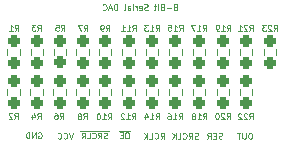
<source format=gbo>
G04 #@! TF.GenerationSoftware,KiCad,Pcbnew,(6.0.0)*
G04 #@! TF.CreationDate,2023-12-03T01:04:49-08:00*
G04 #@! TF.ProjectId,8BitSerialDACBoard,38426974-5365-4726-9961-6c444143426f,rev?*
G04 #@! TF.SameCoordinates,Original*
G04 #@! TF.FileFunction,Legend,Bot*
G04 #@! TF.FilePolarity,Positive*
%FSLAX46Y46*%
G04 Gerber Fmt 4.6, Leading zero omitted, Abs format (unit mm)*
G04 Created by KiCad (PCBNEW (6.0.0)) date 2023-12-03 01:04:49*
%MOMM*%
%LPD*%
G01*
G04 APERTURE LIST*
G04 Aperture macros list*
%AMRoundRect*
0 Rectangle with rounded corners*
0 $1 Rounding radius*
0 $2 $3 $4 $5 $6 $7 $8 $9 X,Y pos of 4 corners*
0 Add a 4 corners polygon primitive as box body*
4,1,4,$2,$3,$4,$5,$6,$7,$8,$9,$2,$3,0*
0 Add four circle primitives for the rounded corners*
1,1,$1+$1,$2,$3*
1,1,$1+$1,$4,$5*
1,1,$1+$1,$6,$7*
1,1,$1+$1,$8,$9*
0 Add four rect primitives between the rounded corners*
20,1,$1+$1,$2,$3,$4,$5,0*
20,1,$1+$1,$4,$5,$6,$7,0*
20,1,$1+$1,$6,$7,$8,$9,0*
20,1,$1+$1,$8,$9,$2,$3,0*%
G04 Aperture macros list end*
%ADD10C,0.125000*%
%ADD11C,0.100000*%
%ADD12C,0.120000*%
%ADD13RoundRect,0.237500X-0.237500X0.250000X-0.237500X-0.250000X0.237500X-0.250000X0.237500X0.250000X0*%
%ADD14RoundRect,0.237500X0.237500X-0.250000X0.237500X0.250000X-0.237500X0.250000X-0.237500X-0.250000X0*%
%ADD15R,1.700000X1.700000*%
%ADD16O,1.700000X1.700000*%
G04 APERTURE END LIST*
D10*
X143537619Y-88650476D02*
X143585238Y-88626666D01*
X143609047Y-88602857D01*
X143632857Y-88555238D01*
X143632857Y-88531428D01*
X143609047Y-88483809D01*
X143585238Y-88460000D01*
X143537619Y-88436190D01*
X143442380Y-88436190D01*
X143394761Y-88460000D01*
X143370952Y-88483809D01*
X143347142Y-88531428D01*
X143347142Y-88555238D01*
X143370952Y-88602857D01*
X143394761Y-88626666D01*
X143442380Y-88650476D01*
X143537619Y-88650476D01*
X143585238Y-88674285D01*
X143609047Y-88698095D01*
X143632857Y-88745714D01*
X143632857Y-88840952D01*
X143609047Y-88888571D01*
X143585238Y-88912380D01*
X143537619Y-88936190D01*
X143442380Y-88936190D01*
X143394761Y-88912380D01*
X143370952Y-88888571D01*
X143347142Y-88840952D01*
X143347142Y-88745714D01*
X143370952Y-88698095D01*
X143394761Y-88674285D01*
X143442380Y-88650476D01*
X143132857Y-88745714D02*
X142751904Y-88745714D01*
X142347142Y-88674285D02*
X142275714Y-88698095D01*
X142251904Y-88721904D01*
X142228095Y-88769523D01*
X142228095Y-88840952D01*
X142251904Y-88888571D01*
X142275714Y-88912380D01*
X142323333Y-88936190D01*
X142513809Y-88936190D01*
X142513809Y-88436190D01*
X142347142Y-88436190D01*
X142299523Y-88460000D01*
X142275714Y-88483809D01*
X142251904Y-88531428D01*
X142251904Y-88579047D01*
X142275714Y-88626666D01*
X142299523Y-88650476D01*
X142347142Y-88674285D01*
X142513809Y-88674285D01*
X142013809Y-88936190D02*
X142013809Y-88602857D01*
X142013809Y-88436190D02*
X142037619Y-88460000D01*
X142013809Y-88483809D01*
X141990000Y-88460000D01*
X142013809Y-88436190D01*
X142013809Y-88483809D01*
X141847142Y-88602857D02*
X141656666Y-88602857D01*
X141775714Y-88436190D02*
X141775714Y-88864761D01*
X141751904Y-88912380D01*
X141704285Y-88936190D01*
X141656666Y-88936190D01*
X141132857Y-88912380D02*
X141061428Y-88936190D01*
X140942380Y-88936190D01*
X140894761Y-88912380D01*
X140870952Y-88888571D01*
X140847142Y-88840952D01*
X140847142Y-88793333D01*
X140870952Y-88745714D01*
X140894761Y-88721904D01*
X140942380Y-88698095D01*
X141037619Y-88674285D01*
X141085238Y-88650476D01*
X141109047Y-88626666D01*
X141132857Y-88579047D01*
X141132857Y-88531428D01*
X141109047Y-88483809D01*
X141085238Y-88460000D01*
X141037619Y-88436190D01*
X140918571Y-88436190D01*
X140847142Y-88460000D01*
X140442380Y-88912380D02*
X140490000Y-88936190D01*
X140585238Y-88936190D01*
X140632857Y-88912380D01*
X140656666Y-88864761D01*
X140656666Y-88674285D01*
X140632857Y-88626666D01*
X140585238Y-88602857D01*
X140490000Y-88602857D01*
X140442380Y-88626666D01*
X140418571Y-88674285D01*
X140418571Y-88721904D01*
X140656666Y-88769523D01*
X140204285Y-88936190D02*
X140204285Y-88602857D01*
X140204285Y-88698095D02*
X140180476Y-88650476D01*
X140156666Y-88626666D01*
X140109047Y-88602857D01*
X140061428Y-88602857D01*
X139894761Y-88936190D02*
X139894761Y-88602857D01*
X139894761Y-88436190D02*
X139918571Y-88460000D01*
X139894761Y-88483809D01*
X139870952Y-88460000D01*
X139894761Y-88436190D01*
X139894761Y-88483809D01*
X139442380Y-88936190D02*
X139442380Y-88674285D01*
X139466190Y-88626666D01*
X139513809Y-88602857D01*
X139609047Y-88602857D01*
X139656666Y-88626666D01*
X139442380Y-88912380D02*
X139490000Y-88936190D01*
X139609047Y-88936190D01*
X139656666Y-88912380D01*
X139680476Y-88864761D01*
X139680476Y-88817142D01*
X139656666Y-88769523D01*
X139609047Y-88745714D01*
X139490000Y-88745714D01*
X139442380Y-88721904D01*
X139132857Y-88936190D02*
X139180476Y-88912380D01*
X139204285Y-88864761D01*
X139204285Y-88436190D01*
X138561428Y-88936190D02*
X138561428Y-88436190D01*
X138442380Y-88436190D01*
X138370952Y-88460000D01*
X138323333Y-88507619D01*
X138299523Y-88555238D01*
X138275714Y-88650476D01*
X138275714Y-88721904D01*
X138299523Y-88817142D01*
X138323333Y-88864761D01*
X138370952Y-88912380D01*
X138442380Y-88936190D01*
X138561428Y-88936190D01*
X138085238Y-88793333D02*
X137847142Y-88793333D01*
X138132857Y-88936190D02*
X137966190Y-88436190D01*
X137799523Y-88936190D01*
X137347142Y-88888571D02*
X137370952Y-88912380D01*
X137442380Y-88936190D01*
X137490000Y-88936190D01*
X137561428Y-88912380D01*
X137609047Y-88864761D01*
X137632857Y-88817142D01*
X137656666Y-88721904D01*
X137656666Y-88650476D01*
X137632857Y-88555238D01*
X137609047Y-88507619D01*
X137561428Y-88460000D01*
X137490000Y-88436190D01*
X137442380Y-88436190D01*
X137370952Y-88460000D01*
X137347142Y-88483809D01*
X145405238Y-99812380D02*
X145333809Y-99836190D01*
X145214761Y-99836190D01*
X145167142Y-99812380D01*
X145143333Y-99788571D01*
X145119523Y-99740952D01*
X145119523Y-99693333D01*
X145143333Y-99645714D01*
X145167142Y-99621904D01*
X145214761Y-99598095D01*
X145310000Y-99574285D01*
X145357619Y-99550476D01*
X145381428Y-99526666D01*
X145405238Y-99479047D01*
X145405238Y-99431428D01*
X145381428Y-99383809D01*
X145357619Y-99360000D01*
X145310000Y-99336190D01*
X145190952Y-99336190D01*
X145119523Y-99360000D01*
X144619523Y-99836190D02*
X144786190Y-99598095D01*
X144905238Y-99836190D02*
X144905238Y-99336190D01*
X144714761Y-99336190D01*
X144667142Y-99360000D01*
X144643333Y-99383809D01*
X144619523Y-99431428D01*
X144619523Y-99502857D01*
X144643333Y-99550476D01*
X144667142Y-99574285D01*
X144714761Y-99598095D01*
X144905238Y-99598095D01*
X144119523Y-99788571D02*
X144143333Y-99812380D01*
X144214761Y-99836190D01*
X144262380Y-99836190D01*
X144333809Y-99812380D01*
X144381428Y-99764761D01*
X144405238Y-99717142D01*
X144429047Y-99621904D01*
X144429047Y-99550476D01*
X144405238Y-99455238D01*
X144381428Y-99407619D01*
X144333809Y-99360000D01*
X144262380Y-99336190D01*
X144214761Y-99336190D01*
X144143333Y-99360000D01*
X144119523Y-99383809D01*
X143667142Y-99836190D02*
X143905238Y-99836190D01*
X143905238Y-99336190D01*
X143500476Y-99836190D02*
X143500476Y-99336190D01*
X143214761Y-99836190D02*
X143429047Y-99550476D01*
X143214761Y-99336190D02*
X143500476Y-99621904D01*
X147439047Y-99802380D02*
X147367619Y-99826190D01*
X147248571Y-99826190D01*
X147200952Y-99802380D01*
X147177142Y-99778571D01*
X147153333Y-99730952D01*
X147153333Y-99683333D01*
X147177142Y-99635714D01*
X147200952Y-99611904D01*
X147248571Y-99588095D01*
X147343809Y-99564285D01*
X147391428Y-99540476D01*
X147415238Y-99516666D01*
X147439047Y-99469047D01*
X147439047Y-99421428D01*
X147415238Y-99373809D01*
X147391428Y-99350000D01*
X147343809Y-99326190D01*
X147224761Y-99326190D01*
X147153333Y-99350000D01*
X146939047Y-99564285D02*
X146772380Y-99564285D01*
X146700952Y-99826190D02*
X146939047Y-99826190D01*
X146939047Y-99326190D01*
X146700952Y-99326190D01*
X146200952Y-99826190D02*
X146367619Y-99588095D01*
X146486666Y-99826190D02*
X146486666Y-99326190D01*
X146296190Y-99326190D01*
X146248571Y-99350000D01*
X146224761Y-99373809D01*
X146200952Y-99421428D01*
X146200952Y-99492857D01*
X146224761Y-99540476D01*
X146248571Y-99564285D01*
X146296190Y-99588095D01*
X146486666Y-99588095D01*
X139648095Y-99155000D02*
X139124285Y-99155000D01*
X139433809Y-99296190D02*
X139338571Y-99296190D01*
X139290952Y-99320000D01*
X139243333Y-99367619D01*
X139219523Y-99462857D01*
X139219523Y-99629523D01*
X139243333Y-99724761D01*
X139290952Y-99772380D01*
X139338571Y-99796190D01*
X139433809Y-99796190D01*
X139481428Y-99772380D01*
X139529047Y-99724761D01*
X139552857Y-99629523D01*
X139552857Y-99462857D01*
X139529047Y-99367619D01*
X139481428Y-99320000D01*
X139433809Y-99296190D01*
X139124285Y-99155000D02*
X138671904Y-99155000D01*
X139005238Y-99534285D02*
X138838571Y-99534285D01*
X138767142Y-99796190D02*
X139005238Y-99796190D01*
X139005238Y-99296190D01*
X138767142Y-99296190D01*
X137820476Y-99165000D02*
X137344285Y-99165000D01*
X137725238Y-99782380D02*
X137653809Y-99806190D01*
X137534761Y-99806190D01*
X137487142Y-99782380D01*
X137463333Y-99758571D01*
X137439523Y-99710952D01*
X137439523Y-99663333D01*
X137463333Y-99615714D01*
X137487142Y-99591904D01*
X137534761Y-99568095D01*
X137630000Y-99544285D01*
X137677619Y-99520476D01*
X137701428Y-99496666D01*
X137725238Y-99449047D01*
X137725238Y-99401428D01*
X137701428Y-99353809D01*
X137677619Y-99330000D01*
X137630000Y-99306190D01*
X137510952Y-99306190D01*
X137439523Y-99330000D01*
X137344285Y-99165000D02*
X136844285Y-99165000D01*
X136939523Y-99806190D02*
X137106190Y-99568095D01*
X137225238Y-99806190D02*
X137225238Y-99306190D01*
X137034761Y-99306190D01*
X136987142Y-99330000D01*
X136963333Y-99353809D01*
X136939523Y-99401428D01*
X136939523Y-99472857D01*
X136963333Y-99520476D01*
X136987142Y-99544285D01*
X137034761Y-99568095D01*
X137225238Y-99568095D01*
X136844285Y-99165000D02*
X136344285Y-99165000D01*
X136439523Y-99758571D02*
X136463333Y-99782380D01*
X136534761Y-99806190D01*
X136582380Y-99806190D01*
X136653809Y-99782380D01*
X136701428Y-99734761D01*
X136725238Y-99687142D01*
X136749047Y-99591904D01*
X136749047Y-99520476D01*
X136725238Y-99425238D01*
X136701428Y-99377619D01*
X136653809Y-99330000D01*
X136582380Y-99306190D01*
X136534761Y-99306190D01*
X136463333Y-99330000D01*
X136439523Y-99353809D01*
X136344285Y-99165000D02*
X135939523Y-99165000D01*
X135987142Y-99806190D02*
X136225238Y-99806190D01*
X136225238Y-99306190D01*
X135939523Y-99165000D02*
X135439523Y-99165000D01*
X135534761Y-99806190D02*
X135701428Y-99568095D01*
X135820476Y-99806190D02*
X135820476Y-99306190D01*
X135630000Y-99306190D01*
X135582380Y-99330000D01*
X135558571Y-99353809D01*
X135534761Y-99401428D01*
X135534761Y-99472857D01*
X135558571Y-99520476D01*
X135582380Y-99544285D01*
X135630000Y-99568095D01*
X135820476Y-99568095D01*
X142237619Y-99826190D02*
X142404285Y-99588095D01*
X142523333Y-99826190D02*
X142523333Y-99326190D01*
X142332857Y-99326190D01*
X142285238Y-99350000D01*
X142261428Y-99373809D01*
X142237619Y-99421428D01*
X142237619Y-99492857D01*
X142261428Y-99540476D01*
X142285238Y-99564285D01*
X142332857Y-99588095D01*
X142523333Y-99588095D01*
X141737619Y-99778571D02*
X141761428Y-99802380D01*
X141832857Y-99826190D01*
X141880476Y-99826190D01*
X141951904Y-99802380D01*
X141999523Y-99754761D01*
X142023333Y-99707142D01*
X142047142Y-99611904D01*
X142047142Y-99540476D01*
X142023333Y-99445238D01*
X141999523Y-99397619D01*
X141951904Y-99350000D01*
X141880476Y-99326190D01*
X141832857Y-99326190D01*
X141761428Y-99350000D01*
X141737619Y-99373809D01*
X141285238Y-99826190D02*
X141523333Y-99826190D01*
X141523333Y-99326190D01*
X141118571Y-99826190D02*
X141118571Y-99326190D01*
X140832857Y-99826190D02*
X141047142Y-99540476D01*
X140832857Y-99326190D02*
X141118571Y-99611904D01*
X149870000Y-99326190D02*
X149774761Y-99326190D01*
X149727142Y-99350000D01*
X149679523Y-99397619D01*
X149655714Y-99492857D01*
X149655714Y-99659523D01*
X149679523Y-99754761D01*
X149727142Y-99802380D01*
X149774761Y-99826190D01*
X149870000Y-99826190D01*
X149917619Y-99802380D01*
X149965238Y-99754761D01*
X149989047Y-99659523D01*
X149989047Y-99492857D01*
X149965238Y-99397619D01*
X149917619Y-99350000D01*
X149870000Y-99326190D01*
X149441428Y-99326190D02*
X149441428Y-99730952D01*
X149417619Y-99778571D01*
X149393809Y-99802380D01*
X149346190Y-99826190D01*
X149250952Y-99826190D01*
X149203333Y-99802380D01*
X149179523Y-99778571D01*
X149155714Y-99730952D01*
X149155714Y-99326190D01*
X148989047Y-99326190D02*
X148703333Y-99326190D01*
X148846190Y-99826190D02*
X148846190Y-99326190D01*
X131880952Y-99310000D02*
X131928571Y-99286190D01*
X132000000Y-99286190D01*
X132071428Y-99310000D01*
X132119047Y-99357619D01*
X132142857Y-99405238D01*
X132166666Y-99500476D01*
X132166666Y-99571904D01*
X132142857Y-99667142D01*
X132119047Y-99714761D01*
X132071428Y-99762380D01*
X132000000Y-99786190D01*
X131952380Y-99786190D01*
X131880952Y-99762380D01*
X131857142Y-99738571D01*
X131857142Y-99571904D01*
X131952380Y-99571904D01*
X131642857Y-99786190D02*
X131642857Y-99286190D01*
X131357142Y-99786190D01*
X131357142Y-99286190D01*
X131119047Y-99786190D02*
X131119047Y-99286190D01*
X131000000Y-99286190D01*
X130928571Y-99310000D01*
X130880952Y-99357619D01*
X130857142Y-99405238D01*
X130833333Y-99500476D01*
X130833333Y-99571904D01*
X130857142Y-99667142D01*
X130880952Y-99714761D01*
X130928571Y-99762380D01*
X131000000Y-99786190D01*
X131119047Y-99786190D01*
X134816666Y-99316190D02*
X134650000Y-99816190D01*
X134483333Y-99316190D01*
X134030952Y-99768571D02*
X134054761Y-99792380D01*
X134126190Y-99816190D01*
X134173809Y-99816190D01*
X134245238Y-99792380D01*
X134292857Y-99744761D01*
X134316666Y-99697142D01*
X134340476Y-99601904D01*
X134340476Y-99530476D01*
X134316666Y-99435238D01*
X134292857Y-99387619D01*
X134245238Y-99340000D01*
X134173809Y-99316190D01*
X134126190Y-99316190D01*
X134054761Y-99340000D01*
X134030952Y-99363809D01*
X133530952Y-99768571D02*
X133554761Y-99792380D01*
X133626190Y-99816190D01*
X133673809Y-99816190D01*
X133745238Y-99792380D01*
X133792857Y-99744761D01*
X133816666Y-99697142D01*
X133840476Y-99601904D01*
X133840476Y-99530476D01*
X133816666Y-99435238D01*
X133792857Y-99387619D01*
X133745238Y-99340000D01*
X133673809Y-99316190D01*
X133626190Y-99316190D01*
X133554761Y-99340000D01*
X133530952Y-99363809D01*
X151791428Y-90696190D02*
X151958095Y-90458095D01*
X152077142Y-90696190D02*
X152077142Y-90196190D01*
X151886666Y-90196190D01*
X151839047Y-90220000D01*
X151815238Y-90243809D01*
X151791428Y-90291428D01*
X151791428Y-90362857D01*
X151815238Y-90410476D01*
X151839047Y-90434285D01*
X151886666Y-90458095D01*
X152077142Y-90458095D01*
X151600952Y-90243809D02*
X151577142Y-90220000D01*
X151529523Y-90196190D01*
X151410476Y-90196190D01*
X151362857Y-90220000D01*
X151339047Y-90243809D01*
X151315238Y-90291428D01*
X151315238Y-90339047D01*
X151339047Y-90410476D01*
X151624761Y-90696190D01*
X151315238Y-90696190D01*
X151148571Y-90196190D02*
X150839047Y-90196190D01*
X151005714Y-90386666D01*
X150934285Y-90386666D01*
X150886666Y-90410476D01*
X150862857Y-90434285D01*
X150839047Y-90481904D01*
X150839047Y-90600952D01*
X150862857Y-90648571D01*
X150886666Y-90672380D01*
X150934285Y-90696190D01*
X151077142Y-90696190D01*
X151124761Y-90672380D01*
X151148571Y-90648571D01*
X149731428Y-98176190D02*
X149898095Y-97938095D01*
X150017142Y-98176190D02*
X150017142Y-97676190D01*
X149826666Y-97676190D01*
X149779047Y-97700000D01*
X149755238Y-97723809D01*
X149731428Y-97771428D01*
X149731428Y-97842857D01*
X149755238Y-97890476D01*
X149779047Y-97914285D01*
X149826666Y-97938095D01*
X150017142Y-97938095D01*
X149540952Y-97723809D02*
X149517142Y-97700000D01*
X149469523Y-97676190D01*
X149350476Y-97676190D01*
X149302857Y-97700000D01*
X149279047Y-97723809D01*
X149255238Y-97771428D01*
X149255238Y-97819047D01*
X149279047Y-97890476D01*
X149564761Y-98176190D01*
X149255238Y-98176190D01*
X149064761Y-97723809D02*
X149040952Y-97700000D01*
X148993333Y-97676190D01*
X148874285Y-97676190D01*
X148826666Y-97700000D01*
X148802857Y-97723809D01*
X148779047Y-97771428D01*
X148779047Y-97819047D01*
X148802857Y-97890476D01*
X149088571Y-98176190D01*
X148779047Y-98176190D01*
X149751428Y-90691190D02*
X149918095Y-90453095D01*
X150037142Y-90691190D02*
X150037142Y-90191190D01*
X149846666Y-90191190D01*
X149799047Y-90215000D01*
X149775238Y-90238809D01*
X149751428Y-90286428D01*
X149751428Y-90357857D01*
X149775238Y-90405476D01*
X149799047Y-90429285D01*
X149846666Y-90453095D01*
X150037142Y-90453095D01*
X149560952Y-90238809D02*
X149537142Y-90215000D01*
X149489523Y-90191190D01*
X149370476Y-90191190D01*
X149322857Y-90215000D01*
X149299047Y-90238809D01*
X149275238Y-90286428D01*
X149275238Y-90334047D01*
X149299047Y-90405476D01*
X149584761Y-90691190D01*
X149275238Y-90691190D01*
X148799047Y-90691190D02*
X149084761Y-90691190D01*
X148941904Y-90691190D02*
X148941904Y-90191190D01*
X148989523Y-90262619D01*
X149037142Y-90310238D01*
X149084761Y-90334047D01*
X147811428Y-98146190D02*
X147978095Y-97908095D01*
X148097142Y-98146190D02*
X148097142Y-97646190D01*
X147906666Y-97646190D01*
X147859047Y-97670000D01*
X147835238Y-97693809D01*
X147811428Y-97741428D01*
X147811428Y-97812857D01*
X147835238Y-97860476D01*
X147859047Y-97884285D01*
X147906666Y-97908095D01*
X148097142Y-97908095D01*
X147620952Y-97693809D02*
X147597142Y-97670000D01*
X147549523Y-97646190D01*
X147430476Y-97646190D01*
X147382857Y-97670000D01*
X147359047Y-97693809D01*
X147335238Y-97741428D01*
X147335238Y-97789047D01*
X147359047Y-97860476D01*
X147644761Y-98146190D01*
X147335238Y-98146190D01*
X147025714Y-97646190D02*
X146978095Y-97646190D01*
X146930476Y-97670000D01*
X146906666Y-97693809D01*
X146882857Y-97741428D01*
X146859047Y-97836666D01*
X146859047Y-97955714D01*
X146882857Y-98050952D01*
X146906666Y-98098571D01*
X146930476Y-98122380D01*
X146978095Y-98146190D01*
X147025714Y-98146190D01*
X147073333Y-98122380D01*
X147097142Y-98098571D01*
X147120952Y-98050952D01*
X147144761Y-97955714D01*
X147144761Y-97836666D01*
X147120952Y-97741428D01*
X147097142Y-97693809D01*
X147073333Y-97670000D01*
X147025714Y-97646190D01*
X147861428Y-90696190D02*
X148028095Y-90458095D01*
X148147142Y-90696190D02*
X148147142Y-90196190D01*
X147956666Y-90196190D01*
X147909047Y-90220000D01*
X147885238Y-90243809D01*
X147861428Y-90291428D01*
X147861428Y-90362857D01*
X147885238Y-90410476D01*
X147909047Y-90434285D01*
X147956666Y-90458095D01*
X148147142Y-90458095D01*
X147385238Y-90696190D02*
X147670952Y-90696190D01*
X147528095Y-90696190D02*
X147528095Y-90196190D01*
X147575714Y-90267619D01*
X147623333Y-90315238D01*
X147670952Y-90339047D01*
X147147142Y-90696190D02*
X147051904Y-90696190D01*
X147004285Y-90672380D01*
X146980476Y-90648571D01*
X146932857Y-90577142D01*
X146909047Y-90481904D01*
X146909047Y-90291428D01*
X146932857Y-90243809D01*
X146956666Y-90220000D01*
X147004285Y-90196190D01*
X147099523Y-90196190D01*
X147147142Y-90220000D01*
X147170952Y-90243809D01*
X147194761Y-90291428D01*
X147194761Y-90410476D01*
X147170952Y-90458095D01*
X147147142Y-90481904D01*
X147099523Y-90505714D01*
X147004285Y-90505714D01*
X146956666Y-90481904D01*
X146932857Y-90458095D01*
X146909047Y-90410476D01*
X145831428Y-98176190D02*
X145998095Y-97938095D01*
X146117142Y-98176190D02*
X146117142Y-97676190D01*
X145926666Y-97676190D01*
X145879047Y-97700000D01*
X145855238Y-97723809D01*
X145831428Y-97771428D01*
X145831428Y-97842857D01*
X145855238Y-97890476D01*
X145879047Y-97914285D01*
X145926666Y-97938095D01*
X146117142Y-97938095D01*
X145355238Y-98176190D02*
X145640952Y-98176190D01*
X145498095Y-98176190D02*
X145498095Y-97676190D01*
X145545714Y-97747619D01*
X145593333Y-97795238D01*
X145640952Y-97819047D01*
X145069523Y-97890476D02*
X145117142Y-97866666D01*
X145140952Y-97842857D01*
X145164761Y-97795238D01*
X145164761Y-97771428D01*
X145140952Y-97723809D01*
X145117142Y-97700000D01*
X145069523Y-97676190D01*
X144974285Y-97676190D01*
X144926666Y-97700000D01*
X144902857Y-97723809D01*
X144879047Y-97771428D01*
X144879047Y-97795238D01*
X144902857Y-97842857D01*
X144926666Y-97866666D01*
X144974285Y-97890476D01*
X145069523Y-97890476D01*
X145117142Y-97914285D01*
X145140952Y-97938095D01*
X145164761Y-97985714D01*
X145164761Y-98080952D01*
X145140952Y-98128571D01*
X145117142Y-98152380D01*
X145069523Y-98176190D01*
X144974285Y-98176190D01*
X144926666Y-98152380D01*
X144902857Y-98128571D01*
X144879047Y-98080952D01*
X144879047Y-97985714D01*
X144902857Y-97938095D01*
X144926666Y-97914285D01*
X144974285Y-97890476D01*
X145788928Y-90678690D02*
X145955595Y-90440595D01*
X146074642Y-90678690D02*
X146074642Y-90178690D01*
X145884166Y-90178690D01*
X145836547Y-90202500D01*
X145812738Y-90226309D01*
X145788928Y-90273928D01*
X145788928Y-90345357D01*
X145812738Y-90392976D01*
X145836547Y-90416785D01*
X145884166Y-90440595D01*
X146074642Y-90440595D01*
X145312738Y-90678690D02*
X145598452Y-90678690D01*
X145455595Y-90678690D02*
X145455595Y-90178690D01*
X145503214Y-90250119D01*
X145550833Y-90297738D01*
X145598452Y-90321547D01*
X145146071Y-90178690D02*
X144812738Y-90178690D01*
X145027023Y-90678690D01*
X143761428Y-98181190D02*
X143928095Y-97943095D01*
X144047142Y-98181190D02*
X144047142Y-97681190D01*
X143856666Y-97681190D01*
X143809047Y-97705000D01*
X143785238Y-97728809D01*
X143761428Y-97776428D01*
X143761428Y-97847857D01*
X143785238Y-97895476D01*
X143809047Y-97919285D01*
X143856666Y-97943095D01*
X144047142Y-97943095D01*
X143285238Y-98181190D02*
X143570952Y-98181190D01*
X143428095Y-98181190D02*
X143428095Y-97681190D01*
X143475714Y-97752619D01*
X143523333Y-97800238D01*
X143570952Y-97824047D01*
X142856666Y-97681190D02*
X142951904Y-97681190D01*
X142999523Y-97705000D01*
X143023333Y-97728809D01*
X143070952Y-97800238D01*
X143094761Y-97895476D01*
X143094761Y-98085952D01*
X143070952Y-98133571D01*
X143047142Y-98157380D01*
X142999523Y-98181190D01*
X142904285Y-98181190D01*
X142856666Y-98157380D01*
X142832857Y-98133571D01*
X142809047Y-98085952D01*
X142809047Y-97966904D01*
X142832857Y-97919285D01*
X142856666Y-97895476D01*
X142904285Y-97871666D01*
X142999523Y-97871666D01*
X143047142Y-97895476D01*
X143070952Y-97919285D01*
X143094761Y-97966904D01*
X143801428Y-90686190D02*
X143968095Y-90448095D01*
X144087142Y-90686190D02*
X144087142Y-90186190D01*
X143896666Y-90186190D01*
X143849047Y-90210000D01*
X143825238Y-90233809D01*
X143801428Y-90281428D01*
X143801428Y-90352857D01*
X143825238Y-90400476D01*
X143849047Y-90424285D01*
X143896666Y-90448095D01*
X144087142Y-90448095D01*
X143325238Y-90686190D02*
X143610952Y-90686190D01*
X143468095Y-90686190D02*
X143468095Y-90186190D01*
X143515714Y-90257619D01*
X143563333Y-90305238D01*
X143610952Y-90329047D01*
X142872857Y-90186190D02*
X143110952Y-90186190D01*
X143134761Y-90424285D01*
X143110952Y-90400476D01*
X143063333Y-90376666D01*
X142944285Y-90376666D01*
X142896666Y-90400476D01*
X142872857Y-90424285D01*
X142849047Y-90471904D01*
X142849047Y-90590952D01*
X142872857Y-90638571D01*
X142896666Y-90662380D01*
X142944285Y-90686190D01*
X143063333Y-90686190D01*
X143110952Y-90662380D01*
X143134761Y-90638571D01*
D11*
X141801428Y-98176190D02*
X141968095Y-97938095D01*
X142087142Y-98176190D02*
X142087142Y-97676190D01*
X141896666Y-97676190D01*
X141849047Y-97700000D01*
X141825238Y-97723809D01*
X141801428Y-97771428D01*
X141801428Y-97842857D01*
X141825238Y-97890476D01*
X141849047Y-97914285D01*
X141896666Y-97938095D01*
X142087142Y-97938095D01*
X141325238Y-98176190D02*
X141610952Y-98176190D01*
X141468095Y-98176190D02*
X141468095Y-97676190D01*
X141515714Y-97747619D01*
X141563333Y-97795238D01*
X141610952Y-97819047D01*
X140896666Y-97842857D02*
X140896666Y-98176190D01*
X141015714Y-97652380D02*
X141134761Y-98009523D01*
X140825238Y-98009523D01*
X141811428Y-90706190D02*
X141978095Y-90468095D01*
X142097142Y-90706190D02*
X142097142Y-90206190D01*
X141906666Y-90206190D01*
X141859047Y-90230000D01*
X141835238Y-90253809D01*
X141811428Y-90301428D01*
X141811428Y-90372857D01*
X141835238Y-90420476D01*
X141859047Y-90444285D01*
X141906666Y-90468095D01*
X142097142Y-90468095D01*
X141335238Y-90706190D02*
X141620952Y-90706190D01*
X141478095Y-90706190D02*
X141478095Y-90206190D01*
X141525714Y-90277619D01*
X141573333Y-90325238D01*
X141620952Y-90349047D01*
X141168571Y-90206190D02*
X140859047Y-90206190D01*
X141025714Y-90396666D01*
X140954285Y-90396666D01*
X140906666Y-90420476D01*
X140882857Y-90444285D01*
X140859047Y-90491904D01*
X140859047Y-90610952D01*
X140882857Y-90658571D01*
X140906666Y-90682380D01*
X140954285Y-90706190D01*
X141097142Y-90706190D01*
X141144761Y-90682380D01*
X141168571Y-90658571D01*
X139791428Y-98176190D02*
X139958095Y-97938095D01*
X140077142Y-98176190D02*
X140077142Y-97676190D01*
X139886666Y-97676190D01*
X139839047Y-97700000D01*
X139815238Y-97723809D01*
X139791428Y-97771428D01*
X139791428Y-97842857D01*
X139815238Y-97890476D01*
X139839047Y-97914285D01*
X139886666Y-97938095D01*
X140077142Y-97938095D01*
X139315238Y-98176190D02*
X139600952Y-98176190D01*
X139458095Y-98176190D02*
X139458095Y-97676190D01*
X139505714Y-97747619D01*
X139553333Y-97795238D01*
X139600952Y-97819047D01*
X139124761Y-97723809D02*
X139100952Y-97700000D01*
X139053333Y-97676190D01*
X138934285Y-97676190D01*
X138886666Y-97700000D01*
X138862857Y-97723809D01*
X138839047Y-97771428D01*
X138839047Y-97819047D01*
X138862857Y-97890476D01*
X139148571Y-98176190D01*
X138839047Y-98176190D01*
X139851428Y-90706190D02*
X140018095Y-90468095D01*
X140137142Y-90706190D02*
X140137142Y-90206190D01*
X139946666Y-90206190D01*
X139899047Y-90230000D01*
X139875238Y-90253809D01*
X139851428Y-90301428D01*
X139851428Y-90372857D01*
X139875238Y-90420476D01*
X139899047Y-90444285D01*
X139946666Y-90468095D01*
X140137142Y-90468095D01*
X139375238Y-90706190D02*
X139660952Y-90706190D01*
X139518095Y-90706190D02*
X139518095Y-90206190D01*
X139565714Y-90277619D01*
X139613333Y-90325238D01*
X139660952Y-90349047D01*
X138899047Y-90706190D02*
X139184761Y-90706190D01*
X139041904Y-90706190D02*
X139041904Y-90206190D01*
X139089523Y-90277619D01*
X139137142Y-90325238D01*
X139184761Y-90349047D01*
X137771428Y-98186190D02*
X137938095Y-97948095D01*
X138057142Y-98186190D02*
X138057142Y-97686190D01*
X137866666Y-97686190D01*
X137819047Y-97710000D01*
X137795238Y-97733809D01*
X137771428Y-97781428D01*
X137771428Y-97852857D01*
X137795238Y-97900476D01*
X137819047Y-97924285D01*
X137866666Y-97948095D01*
X138057142Y-97948095D01*
X137295238Y-98186190D02*
X137580952Y-98186190D01*
X137438095Y-98186190D02*
X137438095Y-97686190D01*
X137485714Y-97757619D01*
X137533333Y-97805238D01*
X137580952Y-97829047D01*
X136985714Y-97686190D02*
X136938095Y-97686190D01*
X136890476Y-97710000D01*
X136866666Y-97733809D01*
X136842857Y-97781428D01*
X136819047Y-97876666D01*
X136819047Y-97995714D01*
X136842857Y-98090952D01*
X136866666Y-98138571D01*
X136890476Y-98162380D01*
X136938095Y-98186190D01*
X136985714Y-98186190D01*
X137033333Y-98162380D01*
X137057142Y-98138571D01*
X137080952Y-98090952D01*
X137104761Y-97995714D01*
X137104761Y-97876666D01*
X137080952Y-97781428D01*
X137057142Y-97733809D01*
X137033333Y-97710000D01*
X136985714Y-97686190D01*
X137613333Y-90706190D02*
X137780000Y-90468095D01*
X137899047Y-90706190D02*
X137899047Y-90206190D01*
X137708571Y-90206190D01*
X137660952Y-90230000D01*
X137637142Y-90253809D01*
X137613333Y-90301428D01*
X137613333Y-90372857D01*
X137637142Y-90420476D01*
X137660952Y-90444285D01*
X137708571Y-90468095D01*
X137899047Y-90468095D01*
X137375238Y-90706190D02*
X137280000Y-90706190D01*
X137232380Y-90682380D01*
X137208571Y-90658571D01*
X137160952Y-90587142D01*
X137137142Y-90491904D01*
X137137142Y-90301428D01*
X137160952Y-90253809D01*
X137184761Y-90230000D01*
X137232380Y-90206190D01*
X137327619Y-90206190D01*
X137375238Y-90230000D01*
X137399047Y-90253809D01*
X137422857Y-90301428D01*
X137422857Y-90420476D01*
X137399047Y-90468095D01*
X137375238Y-90491904D01*
X137327619Y-90515714D01*
X137232380Y-90515714D01*
X137184761Y-90491904D01*
X137160952Y-90468095D01*
X137137142Y-90420476D01*
X135683333Y-98176190D02*
X135850000Y-97938095D01*
X135969047Y-98176190D02*
X135969047Y-97676190D01*
X135778571Y-97676190D01*
X135730952Y-97700000D01*
X135707142Y-97723809D01*
X135683333Y-97771428D01*
X135683333Y-97842857D01*
X135707142Y-97890476D01*
X135730952Y-97914285D01*
X135778571Y-97938095D01*
X135969047Y-97938095D01*
X135397619Y-97890476D02*
X135445238Y-97866666D01*
X135469047Y-97842857D01*
X135492857Y-97795238D01*
X135492857Y-97771428D01*
X135469047Y-97723809D01*
X135445238Y-97700000D01*
X135397619Y-97676190D01*
X135302380Y-97676190D01*
X135254761Y-97700000D01*
X135230952Y-97723809D01*
X135207142Y-97771428D01*
X135207142Y-97795238D01*
X135230952Y-97842857D01*
X135254761Y-97866666D01*
X135302380Y-97890476D01*
X135397619Y-97890476D01*
X135445238Y-97914285D01*
X135469047Y-97938095D01*
X135492857Y-97985714D01*
X135492857Y-98080952D01*
X135469047Y-98128571D01*
X135445238Y-98152380D01*
X135397619Y-98176190D01*
X135302380Y-98176190D01*
X135254761Y-98152380D01*
X135230952Y-98128571D01*
X135207142Y-98080952D01*
X135207142Y-97985714D01*
X135230952Y-97938095D01*
X135254761Y-97914285D01*
X135302380Y-97890476D01*
X135743333Y-90706190D02*
X135910000Y-90468095D01*
X136029047Y-90706190D02*
X136029047Y-90206190D01*
X135838571Y-90206190D01*
X135790952Y-90230000D01*
X135767142Y-90253809D01*
X135743333Y-90301428D01*
X135743333Y-90372857D01*
X135767142Y-90420476D01*
X135790952Y-90444285D01*
X135838571Y-90468095D01*
X136029047Y-90468095D01*
X135576666Y-90206190D02*
X135243333Y-90206190D01*
X135457619Y-90706190D01*
X133693333Y-98146190D02*
X133860000Y-97908095D01*
X133979047Y-98146190D02*
X133979047Y-97646190D01*
X133788571Y-97646190D01*
X133740952Y-97670000D01*
X133717142Y-97693809D01*
X133693333Y-97741428D01*
X133693333Y-97812857D01*
X133717142Y-97860476D01*
X133740952Y-97884285D01*
X133788571Y-97908095D01*
X133979047Y-97908095D01*
X133264761Y-97646190D02*
X133360000Y-97646190D01*
X133407619Y-97670000D01*
X133431428Y-97693809D01*
X133479047Y-97765238D01*
X133502857Y-97860476D01*
X133502857Y-98050952D01*
X133479047Y-98098571D01*
X133455238Y-98122380D01*
X133407619Y-98146190D01*
X133312380Y-98146190D01*
X133264761Y-98122380D01*
X133240952Y-98098571D01*
X133217142Y-98050952D01*
X133217142Y-97931904D01*
X133240952Y-97884285D01*
X133264761Y-97860476D01*
X133312380Y-97836666D01*
X133407619Y-97836666D01*
X133455238Y-97860476D01*
X133479047Y-97884285D01*
X133502857Y-97931904D01*
X133803333Y-90686190D02*
X133970000Y-90448095D01*
X134089047Y-90686190D02*
X134089047Y-90186190D01*
X133898571Y-90186190D01*
X133850952Y-90210000D01*
X133827142Y-90233809D01*
X133803333Y-90281428D01*
X133803333Y-90352857D01*
X133827142Y-90400476D01*
X133850952Y-90424285D01*
X133898571Y-90448095D01*
X134089047Y-90448095D01*
X133350952Y-90186190D02*
X133589047Y-90186190D01*
X133612857Y-90424285D01*
X133589047Y-90400476D01*
X133541428Y-90376666D01*
X133422380Y-90376666D01*
X133374761Y-90400476D01*
X133350952Y-90424285D01*
X133327142Y-90471904D01*
X133327142Y-90590952D01*
X133350952Y-90638571D01*
X133374761Y-90662380D01*
X133422380Y-90686190D01*
X133541428Y-90686190D01*
X133589047Y-90662380D01*
X133612857Y-90638571D01*
X131793333Y-98176190D02*
X131960000Y-97938095D01*
X132079047Y-98176190D02*
X132079047Y-97676190D01*
X131888571Y-97676190D01*
X131840952Y-97700000D01*
X131817142Y-97723809D01*
X131793333Y-97771428D01*
X131793333Y-97842857D01*
X131817142Y-97890476D01*
X131840952Y-97914285D01*
X131888571Y-97938095D01*
X132079047Y-97938095D01*
X131364761Y-97842857D02*
X131364761Y-98176190D01*
X131483809Y-97652380D02*
X131602857Y-98009523D01*
X131293333Y-98009523D01*
X131793333Y-90686190D02*
X131960000Y-90448095D01*
X132079047Y-90686190D02*
X132079047Y-90186190D01*
X131888571Y-90186190D01*
X131840952Y-90210000D01*
X131817142Y-90233809D01*
X131793333Y-90281428D01*
X131793333Y-90352857D01*
X131817142Y-90400476D01*
X131840952Y-90424285D01*
X131888571Y-90448095D01*
X132079047Y-90448095D01*
X131626666Y-90186190D02*
X131317142Y-90186190D01*
X131483809Y-90376666D01*
X131412380Y-90376666D01*
X131364761Y-90400476D01*
X131340952Y-90424285D01*
X131317142Y-90471904D01*
X131317142Y-90590952D01*
X131340952Y-90638571D01*
X131364761Y-90662380D01*
X131412380Y-90686190D01*
X131555238Y-90686190D01*
X131602857Y-90662380D01*
X131626666Y-90638571D01*
X129853333Y-98136190D02*
X130020000Y-97898095D01*
X130139047Y-98136190D02*
X130139047Y-97636190D01*
X129948571Y-97636190D01*
X129900952Y-97660000D01*
X129877142Y-97683809D01*
X129853333Y-97731428D01*
X129853333Y-97802857D01*
X129877142Y-97850476D01*
X129900952Y-97874285D01*
X129948571Y-97898095D01*
X130139047Y-97898095D01*
X129662857Y-97683809D02*
X129639047Y-97660000D01*
X129591428Y-97636190D01*
X129472380Y-97636190D01*
X129424761Y-97660000D01*
X129400952Y-97683809D01*
X129377142Y-97731428D01*
X129377142Y-97779047D01*
X129400952Y-97850476D01*
X129686666Y-98136190D01*
X129377142Y-98136190D01*
X129883333Y-90686190D02*
X130050000Y-90448095D01*
X130169047Y-90686190D02*
X130169047Y-90186190D01*
X129978571Y-90186190D01*
X129930952Y-90210000D01*
X129907142Y-90233809D01*
X129883333Y-90281428D01*
X129883333Y-90352857D01*
X129907142Y-90400476D01*
X129930952Y-90424285D01*
X129978571Y-90448095D01*
X130169047Y-90448095D01*
X129407142Y-90686190D02*
X129692857Y-90686190D01*
X129550000Y-90686190D02*
X129550000Y-90186190D01*
X129597619Y-90257619D01*
X129645238Y-90305238D01*
X129692857Y-90329047D01*
D12*
X150957500Y-92232776D02*
X150957500Y-92742224D01*
X152002500Y-92232776D02*
X152002500Y-92742224D01*
X149972500Y-96127224D02*
X149972500Y-95617776D01*
X148927500Y-96127224D02*
X148927500Y-95617776D01*
X148927500Y-92232776D02*
X148927500Y-92742224D01*
X149972500Y-92232776D02*
X149972500Y-92742224D01*
X148012500Y-96127224D02*
X148012500Y-95617776D01*
X146967500Y-96127224D02*
X146967500Y-95617776D01*
X146967500Y-92232776D02*
X146967500Y-92742224D01*
X148012500Y-92232776D02*
X148012500Y-92742224D01*
X144977500Y-95617776D02*
X144977500Y-96127224D01*
X146022500Y-95617776D02*
X146022500Y-96127224D01*
X144977500Y-92227776D02*
X144977500Y-92737224D01*
X146022500Y-92227776D02*
X146022500Y-92737224D01*
X142967500Y-95622776D02*
X142967500Y-96132224D01*
X144012500Y-95622776D02*
X144012500Y-96132224D01*
X144002500Y-92742224D02*
X144002500Y-92232776D01*
X142957500Y-92742224D02*
X142957500Y-92232776D01*
X140967500Y-95622776D02*
X140967500Y-96132224D01*
X142012500Y-95622776D02*
X142012500Y-96132224D01*
X140967500Y-92232776D02*
X140967500Y-92742224D01*
X142012500Y-92232776D02*
X142012500Y-92742224D01*
X138997500Y-95617776D02*
X138997500Y-96127224D01*
X140042500Y-95617776D02*
X140042500Y-96127224D01*
X138997500Y-92225276D02*
X138997500Y-92734724D01*
X140042500Y-92225276D02*
X140042500Y-92734724D01*
X138072500Y-96132224D02*
X138072500Y-95622776D01*
X137027500Y-96132224D02*
X137027500Y-95622776D01*
X137027500Y-92232776D02*
X137027500Y-92742224D01*
X138072500Y-92232776D02*
X138072500Y-92742224D01*
X135097500Y-95622776D02*
X135097500Y-96132224D01*
X136142500Y-95622776D02*
X136142500Y-96132224D01*
X135107500Y-92222776D02*
X135107500Y-92732224D01*
X136152500Y-92222776D02*
X136152500Y-92732224D01*
X134202500Y-96107224D02*
X134202500Y-95597776D01*
X133157500Y-96107224D02*
X133157500Y-95597776D01*
X133167500Y-92202776D02*
X133167500Y-92712224D01*
X134212500Y-92202776D02*
X134212500Y-92712224D01*
X132252500Y-95607776D02*
X132252500Y-96117224D01*
X131207500Y-95607776D02*
X131207500Y-96117224D01*
X132262500Y-92722224D02*
X132262500Y-92212776D01*
X131217500Y-92722224D02*
X131217500Y-92212776D01*
X129267500Y-95592776D02*
X129267500Y-96102224D01*
X130312500Y-95592776D02*
X130312500Y-96102224D01*
X130312500Y-92212776D02*
X130312500Y-92722224D01*
X129267500Y-92212776D02*
X129267500Y-92722224D01*
%LPC*%
D13*
X151480000Y-91575000D03*
X151480000Y-93400000D03*
D14*
X149450000Y-96785000D03*
X149450000Y-94960000D03*
D13*
X149450000Y-91575000D03*
X149450000Y-93400000D03*
D14*
X147490000Y-96785000D03*
X147490000Y-94960000D03*
D13*
X147490000Y-91575000D03*
X147490000Y-93400000D03*
X145500000Y-94960000D03*
X145500000Y-96785000D03*
X145500000Y-91570000D03*
X145500000Y-93395000D03*
X143490000Y-94965000D03*
X143490000Y-96790000D03*
D14*
X143480000Y-93400000D03*
X143480000Y-91575000D03*
D13*
X141490000Y-94965000D03*
X141490000Y-96790000D03*
X141490000Y-91575000D03*
X141490000Y-93400000D03*
X139520000Y-94960000D03*
X139520000Y-96785000D03*
X139520000Y-91567500D03*
X139520000Y-93392500D03*
D14*
X137550000Y-96790000D03*
X137550000Y-94965000D03*
D13*
X137550000Y-91575000D03*
X137550000Y-93400000D03*
X135620000Y-94965000D03*
X135620000Y-96790000D03*
X135630000Y-91565000D03*
X135630000Y-93390000D03*
D14*
X133680000Y-96765000D03*
X133680000Y-94940000D03*
D13*
X133690000Y-91545000D03*
X133690000Y-93370000D03*
X131730000Y-96775000D03*
X131730000Y-94950000D03*
D14*
X131740000Y-93380000D03*
X131740000Y-91555000D03*
D13*
X129790000Y-94935000D03*
X129790000Y-96760000D03*
X129790000Y-93380000D03*
X129790000Y-91555000D03*
D15*
X149370000Y-101300000D03*
D16*
X146830000Y-101300000D03*
X144290000Y-101300000D03*
X141750000Y-101300000D03*
X139210000Y-101300000D03*
X136670000Y-101300000D03*
X134130000Y-101300000D03*
X131590000Y-101300000D03*
M02*

</source>
